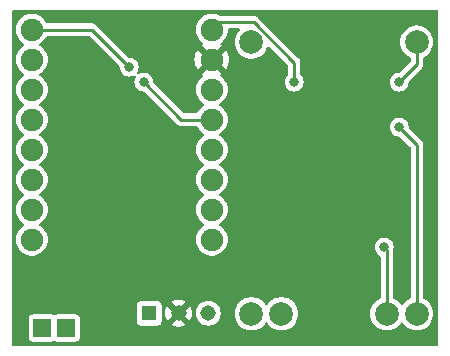
<source format=gbr>
%TF.GenerationSoftware,KiCad,Pcbnew,7.0.10*%
%TF.CreationDate,2024-01-21T01:18:24-08:00*%
%TF.ProjectId,caribou_slime,63617269-626f-4755-9f73-6c696d652e6b,rev?*%
%TF.SameCoordinates,Original*%
%TF.FileFunction,Copper,L1,Top*%
%TF.FilePolarity,Positive*%
%FSLAX46Y46*%
G04 Gerber Fmt 4.6, Leading zero omitted, Abs format (unit mm)*
G04 Created by KiCad (PCBNEW 7.0.10) date 2024-01-21 01:18:24*
%MOMM*%
%LPD*%
G01*
G04 APERTURE LIST*
%TA.AperFunction,ComponentPad*%
%ADD10C,1.905000*%
%TD*%
%TA.AperFunction,ComponentPad*%
%ADD11R,1.308000X1.308000*%
%TD*%
%TA.AperFunction,ComponentPad*%
%ADD12C,1.308000*%
%TD*%
%TA.AperFunction,ComponentPad*%
%ADD13C,2.000000*%
%TD*%
%TA.AperFunction,ComponentPad*%
%ADD14R,1.500000X1.500000*%
%TD*%
%TA.AperFunction,ViaPad*%
%ADD15C,0.800000*%
%TD*%
%TA.AperFunction,Conductor*%
%ADD16C,0.250000*%
%TD*%
G04 APERTURE END LIST*
D10*
%TO.P,U1,0,GPIO0*%
%TO.N,Net-(U1-GPIO0)*%
X50165000Y-45085000D03*
%TO.P,U1,1,GPIO1*%
%TO.N,unconnected-(U1-GPIO1-Pad1)*%
X50165000Y-42545000D03*
%TO.P,U1,2,GPIO2*%
%TO.N,unconnected-(U1-GPIO2-Pad2)*%
X50165000Y-40005000D03*
%TO.P,U1,3,GPIO3*%
%TO.N,unconnected-(U1-GPIO3-Pad3)*%
X50165000Y-37465000D03*
%TO.P,U1,3.3,3V3*%
%TO.N,+3V3*%
X50165000Y-32385000D03*
%TO.P,U1,4,GPIO4*%
%TO.N,SDA*%
X50165000Y-34925000D03*
%TO.P,U1,5,GPIO5*%
%TO.N,SCL*%
X34925000Y-27305000D03*
%TO.P,U1,5V,5V*%
%TO.N,+5V*%
X50165000Y-27305000D03*
%TO.P,U1,6,GPIO6*%
%TO.N,unconnected-(U1-GPIO6-Pad6)*%
X34925000Y-29845000D03*
%TO.P,U1,7,GPIO7*%
%TO.N,unconnected-(U1-GPIO7-Pad7)*%
X34925000Y-32385000D03*
%TO.P,U1,8,GPIO8*%
%TO.N,unconnected-(U1-GPIO8-Pad8)*%
X34925000Y-34925000D03*
%TO.P,U1,9,GPIO9*%
%TO.N,unconnected-(U1-GPIO9-Pad9)*%
X34925000Y-37465000D03*
%TO.P,U1,10,GPIO10*%
%TO.N,unconnected-(U1-GPIO10-Pad10)*%
X34925000Y-40005000D03*
%TO.P,U1,20,GPIO20*%
%TO.N,unconnected-(U1-GPIO20-Pad20)*%
X34925000Y-42545000D03*
%TO.P,U1,21,GPIO21*%
%TO.N,unconnected-(U1-GPIO21-Pad21)*%
X34925000Y-45085000D03*
%TO.P,U1,G,GND*%
%TO.N,GND*%
X50165000Y-29845000D03*
%TD*%
D11*
%TO.P,S1,1*%
%TO.N,Net-(U3-OUT-)*%
X44861538Y-51318108D03*
D12*
%TO.P,S1,2*%
%TO.N,GND*%
X47361538Y-51318108D03*
%TO.P,S1,3*%
%TO.N,unconnected-(S1-Pad3)*%
X49861538Y-51318108D03*
%TD*%
D13*
%TO.P,U3,1,+*%
%TO.N,Net-(D1-A)*%
X67528250Y-28360107D03*
%TO.P,U3,2,-*%
%TO.N,unconnected-(U3---Pad2)*%
X53528250Y-28360107D03*
%TO.P,U3,3,OUT+*%
%TO.N,Net-(D2-A)*%
X67528250Y-51360107D03*
%TO.P,U3,4,OUT-*%
%TO.N,Net-(U3-OUT-)*%
X53528250Y-51360107D03*
%TO.P,U3,5,B+*%
%TO.N,Net-(U3-B+)*%
X64988250Y-51360107D03*
%TO.P,U3,6,B-*%
%TO.N,Net-(U3-B-)*%
X56068250Y-51360107D03*
%TD*%
D14*
%TO.P,B-,1,1*%
%TO.N,Net-(U3-B-)*%
X37846000Y-52578000D03*
%TD*%
%TO.P,B+,1,1*%
%TO.N,Net-(U3-B+)*%
X35814000Y-52578000D03*
%TD*%
D15*
%TO.N,+5V*%
X57150000Y-31750000D03*
%TO.N,Net-(D1-A)*%
X66040000Y-31750000D03*
%TO.N,Net-(D2-A)*%
X66040000Y-35560000D03*
%TO.N,GND*%
X41402000Y-37846000D03*
X41402000Y-39370000D03*
%TO.N,Net-(U3-B+)*%
X64770000Y-45720000D03*
%TO.N,SCL*%
X43180000Y-30480000D03*
%TO.N,SDA*%
X44422500Y-31750000D03*
%TD*%
D16*
%TO.N,+5V*%
X53711976Y-26670000D02*
X50800000Y-26670000D01*
X57150000Y-30108024D02*
X53711976Y-26670000D01*
X50800000Y-26670000D02*
X50165000Y-27305000D01*
X57150000Y-31750000D02*
X57150000Y-30108024D01*
%TO.N,Net-(D1-A)*%
X67528250Y-28360107D02*
X67528250Y-30261750D01*
X67528250Y-30261750D02*
X66040000Y-31750000D01*
%TO.N,Net-(D2-A)*%
X66040000Y-35560000D02*
X67528250Y-37048250D01*
X67528250Y-37048250D02*
X67528250Y-51360107D01*
%TO.N,Net-(U3-B+)*%
X64988250Y-45938250D02*
X64770000Y-45720000D01*
X64988250Y-51360107D02*
X64988250Y-45938250D01*
%TO.N,SCL*%
X40005000Y-27305000D02*
X34925000Y-27305000D01*
X43180000Y-30480000D02*
X40005000Y-27305000D01*
%TO.N,SDA*%
X47597500Y-34925000D02*
X44422500Y-31750000D01*
X50165000Y-34925000D02*
X47597500Y-34925000D01*
%TD*%
%TA.AperFunction,Conductor*%
%TO.N,GND*%
G36*
X69284539Y-25674185D02*
G01*
X69330294Y-25726989D01*
X69341500Y-25778500D01*
X69341500Y-53977500D01*
X69321815Y-54044539D01*
X69269011Y-54090294D01*
X69217500Y-54101500D01*
X33398500Y-54101500D01*
X33331461Y-54081815D01*
X33285706Y-54029011D01*
X33274500Y-53977500D01*
X33274500Y-53359517D01*
X34663500Y-53359517D01*
X34674292Y-53427657D01*
X34678354Y-53453304D01*
X34735950Y-53566342D01*
X34735952Y-53566344D01*
X34735954Y-53566347D01*
X34825652Y-53656045D01*
X34825654Y-53656046D01*
X34825658Y-53656050D01*
X34938694Y-53713645D01*
X34938698Y-53713647D01*
X35032475Y-53728499D01*
X35032481Y-53728500D01*
X36595518Y-53728499D01*
X36689304Y-53713646D01*
X36773707Y-53670640D01*
X36842372Y-53657744D01*
X36886294Y-53670641D01*
X36970693Y-53713645D01*
X36970698Y-53713647D01*
X37064475Y-53728499D01*
X37064481Y-53728500D01*
X38627518Y-53728499D01*
X38721304Y-53713646D01*
X38834342Y-53656050D01*
X38924050Y-53566342D01*
X38981646Y-53453304D01*
X38981646Y-53453302D01*
X38981647Y-53453301D01*
X38996499Y-53359524D01*
X38996500Y-53359519D01*
X38996499Y-52003625D01*
X43807038Y-52003625D01*
X43817133Y-52067360D01*
X43821892Y-52097412D01*
X43879488Y-52210450D01*
X43879490Y-52210452D01*
X43879492Y-52210455D01*
X43969190Y-52300153D01*
X43969192Y-52300154D01*
X43969196Y-52300158D01*
X44077912Y-52355552D01*
X44082236Y-52357755D01*
X44176013Y-52372607D01*
X44176019Y-52372608D01*
X45547056Y-52372607D01*
X45640842Y-52357754D01*
X45753880Y-52300158D01*
X45843588Y-52210450D01*
X45901184Y-52097412D01*
X45901184Y-52097410D01*
X45901185Y-52097409D01*
X45916037Y-52003632D01*
X45916038Y-52003627D01*
X45916037Y-51318108D01*
X46202594Y-51318108D01*
X46222326Y-51531062D01*
X46222327Y-51531064D01*
X46280853Y-51736762D01*
X46280859Y-51736777D01*
X46376180Y-51928207D01*
X46376185Y-51928215D01*
X46385518Y-51940573D01*
X46963584Y-51362507D01*
X46976373Y-51443256D01*
X47033897Y-51556153D01*
X47123493Y-51645749D01*
X47236390Y-51703273D01*
X47317137Y-51716061D01*
X46741624Y-52291573D01*
X46844951Y-52355551D01*
X46844952Y-52355552D01*
X47044375Y-52432808D01*
X47254606Y-52472108D01*
X47468470Y-52472108D01*
X47678700Y-52432808D01*
X47878123Y-52355552D01*
X47878127Y-52355550D01*
X47981449Y-52291574D01*
X47981449Y-52291573D01*
X47405939Y-51716061D01*
X47486686Y-51703273D01*
X47599583Y-51645749D01*
X47689179Y-51556153D01*
X47746703Y-51443256D01*
X47759491Y-51362508D01*
X48337556Y-51940572D01*
X48337557Y-51940572D01*
X48346890Y-51928215D01*
X48346893Y-51928210D01*
X48442216Y-51736777D01*
X48442222Y-51736762D01*
X48500748Y-51531064D01*
X48500749Y-51531062D01*
X48520482Y-51318108D01*
X48801936Y-51318108D01*
X48822295Y-51524824D01*
X48882594Y-51723604D01*
X48980507Y-51906785D01*
X48980512Y-51906792D01*
X49112285Y-52067360D01*
X49224021Y-52159058D01*
X49272855Y-52199135D01*
X49272858Y-52199136D01*
X49272860Y-52199138D01*
X49456041Y-52297051D01*
X49456043Y-52297051D01*
X49456046Y-52297053D01*
X49654820Y-52357350D01*
X49861538Y-52377710D01*
X50068256Y-52357350D01*
X50267030Y-52297053D01*
X50277281Y-52291574D01*
X50405086Y-52223260D01*
X50450221Y-52199135D01*
X50610790Y-52067360D01*
X50742565Y-51906791D01*
X50840483Y-51723600D01*
X50900780Y-51524826D01*
X50917003Y-51360113D01*
X52122950Y-51360113D01*
X52142114Y-51591404D01*
X52142116Y-51591415D01*
X52199092Y-51816407D01*
X52292325Y-52028955D01*
X52419266Y-52223254D01*
X52419269Y-52223258D01*
X52419271Y-52223260D01*
X52576466Y-52394020D01*
X52576469Y-52394022D01*
X52576472Y-52394025D01*
X52759615Y-52536571D01*
X52759621Y-52536575D01*
X52759624Y-52536577D01*
X52963747Y-52647043D01*
X53077737Y-52686175D01*
X53183265Y-52722404D01*
X53183267Y-52722404D01*
X53183269Y-52722405D01*
X53412201Y-52760607D01*
X53412202Y-52760607D01*
X53644298Y-52760607D01*
X53644299Y-52760607D01*
X53873231Y-52722405D01*
X54092753Y-52647043D01*
X54296876Y-52536577D01*
X54480034Y-52394020D01*
X54637229Y-52223260D01*
X54694441Y-52135689D01*
X54747587Y-52090333D01*
X54816818Y-52080909D01*
X54880154Y-52110411D01*
X54902059Y-52135690D01*
X54959266Y-52223254D01*
X54959269Y-52223258D01*
X54959271Y-52223260D01*
X55116466Y-52394020D01*
X55116469Y-52394022D01*
X55116472Y-52394025D01*
X55299615Y-52536571D01*
X55299621Y-52536575D01*
X55299624Y-52536577D01*
X55503747Y-52647043D01*
X55617737Y-52686175D01*
X55723265Y-52722404D01*
X55723267Y-52722404D01*
X55723269Y-52722405D01*
X55952201Y-52760607D01*
X55952202Y-52760607D01*
X56184298Y-52760607D01*
X56184299Y-52760607D01*
X56413231Y-52722405D01*
X56632753Y-52647043D01*
X56836876Y-52536577D01*
X57020034Y-52394020D01*
X57177229Y-52223260D01*
X57304174Y-52028956D01*
X57397407Y-51816407D01*
X57454384Y-51591412D01*
X57454385Y-51591404D01*
X57473550Y-51360113D01*
X63582950Y-51360113D01*
X63602114Y-51591404D01*
X63602116Y-51591415D01*
X63659092Y-51816407D01*
X63752325Y-52028955D01*
X63879266Y-52223254D01*
X63879269Y-52223258D01*
X63879271Y-52223260D01*
X64036466Y-52394020D01*
X64036469Y-52394022D01*
X64036472Y-52394025D01*
X64219615Y-52536571D01*
X64219621Y-52536575D01*
X64219624Y-52536577D01*
X64423747Y-52647043D01*
X64537737Y-52686175D01*
X64643265Y-52722404D01*
X64643267Y-52722404D01*
X64643269Y-52722405D01*
X64872201Y-52760607D01*
X64872202Y-52760607D01*
X65104298Y-52760607D01*
X65104299Y-52760607D01*
X65333231Y-52722405D01*
X65552753Y-52647043D01*
X65756876Y-52536577D01*
X65940034Y-52394020D01*
X66097229Y-52223260D01*
X66154441Y-52135689D01*
X66207587Y-52090333D01*
X66276818Y-52080909D01*
X66340154Y-52110411D01*
X66362059Y-52135690D01*
X66419266Y-52223254D01*
X66419269Y-52223258D01*
X66419271Y-52223260D01*
X66576466Y-52394020D01*
X66576469Y-52394022D01*
X66576472Y-52394025D01*
X66759615Y-52536571D01*
X66759621Y-52536575D01*
X66759624Y-52536577D01*
X66963747Y-52647043D01*
X67077737Y-52686175D01*
X67183265Y-52722404D01*
X67183267Y-52722404D01*
X67183269Y-52722405D01*
X67412201Y-52760607D01*
X67412202Y-52760607D01*
X67644298Y-52760607D01*
X67644299Y-52760607D01*
X67873231Y-52722405D01*
X68092753Y-52647043D01*
X68296876Y-52536577D01*
X68480034Y-52394020D01*
X68637229Y-52223260D01*
X68764174Y-52028956D01*
X68857407Y-51816407D01*
X68914384Y-51591412D01*
X68914385Y-51591404D01*
X68933550Y-51360113D01*
X68933550Y-51360100D01*
X68914385Y-51128809D01*
X68914383Y-51128798D01*
X68857407Y-50903806D01*
X68764174Y-50691258D01*
X68637233Y-50496959D01*
X68637230Y-50496956D01*
X68637229Y-50496954D01*
X68480034Y-50326194D01*
X68480029Y-50326190D01*
X68480027Y-50326188D01*
X68296884Y-50183642D01*
X68296878Y-50183638D01*
X68118732Y-50087230D01*
X68069142Y-50038010D01*
X68053750Y-49978175D01*
X68053750Y-37059358D01*
X68053822Y-37055125D01*
X68054879Y-37024176D01*
X68055910Y-36994005D01*
X68046690Y-36956175D01*
X68044322Y-36943709D01*
X68039021Y-36905139D01*
X68039020Y-36905136D01*
X68032389Y-36889872D01*
X68025646Y-36869821D01*
X68021707Y-36853655D01*
X68002626Y-36819719D01*
X67996983Y-36808358D01*
X67981469Y-36772641D01*
X67970956Y-36759719D01*
X67959061Y-36742240D01*
X67950907Y-36727738D01*
X67923373Y-36700204D01*
X67914886Y-36690800D01*
X67890304Y-36660585D01*
X67876700Y-36650982D01*
X67860528Y-36637359D01*
X66881471Y-35658302D01*
X66847986Y-35596979D01*
X66846458Y-35566965D01*
X66845565Y-35566965D01*
X66845565Y-35559997D01*
X66825369Y-35380750D01*
X66825368Y-35380745D01*
X66793695Y-35290228D01*
X66765789Y-35210478D01*
X66669816Y-35057738D01*
X66542262Y-34930184D01*
X66534001Y-34924993D01*
X66389523Y-34834211D01*
X66219254Y-34774631D01*
X66219249Y-34774630D01*
X66040004Y-34754435D01*
X66039996Y-34754435D01*
X65860750Y-34774630D01*
X65860745Y-34774631D01*
X65690476Y-34834211D01*
X65537737Y-34930184D01*
X65410184Y-35057737D01*
X65314211Y-35210476D01*
X65254631Y-35380745D01*
X65254630Y-35380750D01*
X65234435Y-35559996D01*
X65234435Y-35560003D01*
X65254630Y-35739249D01*
X65254631Y-35739254D01*
X65314211Y-35909523D01*
X65409744Y-36061562D01*
X65410184Y-36062262D01*
X65537738Y-36189816D01*
X65690478Y-36285789D01*
X65812339Y-36328430D01*
X65860745Y-36345368D01*
X65860750Y-36345369D01*
X66039997Y-36365565D01*
X66046965Y-36365565D01*
X66046965Y-36367730D01*
X66105527Y-36377971D01*
X66138302Y-36401471D01*
X66966431Y-37229600D01*
X66999916Y-37290923D01*
X67002750Y-37317281D01*
X67002750Y-49978175D01*
X66983065Y-50045214D01*
X66937768Y-50087230D01*
X66759621Y-50183638D01*
X66759615Y-50183642D01*
X66576472Y-50326188D01*
X66576469Y-50326191D01*
X66576466Y-50326193D01*
X66576466Y-50326194D01*
X66517517Y-50390229D01*
X66419266Y-50496959D01*
X66362059Y-50584523D01*
X66308912Y-50629880D01*
X66239681Y-50639304D01*
X66176345Y-50609802D01*
X66154441Y-50584523D01*
X66097233Y-50496959D01*
X66097230Y-50496956D01*
X66097229Y-50496954D01*
X65940034Y-50326194D01*
X65940029Y-50326190D01*
X65940027Y-50326188D01*
X65756884Y-50183642D01*
X65756878Y-50183638D01*
X65578732Y-50087230D01*
X65529142Y-50038010D01*
X65513750Y-49978175D01*
X65513750Y-46039259D01*
X65520709Y-45998304D01*
X65555368Y-45899255D01*
X65575565Y-45720000D01*
X65555368Y-45540745D01*
X65495789Y-45370478D01*
X65399816Y-45217738D01*
X65272262Y-45090184D01*
X65264001Y-45084993D01*
X65119523Y-44994211D01*
X64949254Y-44934631D01*
X64949249Y-44934630D01*
X64770004Y-44914435D01*
X64769996Y-44914435D01*
X64590750Y-44934630D01*
X64590745Y-44934631D01*
X64420476Y-44994211D01*
X64267737Y-45090184D01*
X64140184Y-45217737D01*
X64044211Y-45370476D01*
X63984631Y-45540745D01*
X63984630Y-45540750D01*
X63964435Y-45719996D01*
X63964435Y-45720003D01*
X63984630Y-45899249D01*
X63984631Y-45899254D01*
X64044211Y-46069523D01*
X64139744Y-46221562D01*
X64140184Y-46222262D01*
X64267738Y-46349816D01*
X64404723Y-46435889D01*
X64451013Y-46488222D01*
X64462750Y-46540882D01*
X64462750Y-49978175D01*
X64443065Y-50045214D01*
X64397768Y-50087230D01*
X64219621Y-50183638D01*
X64219615Y-50183642D01*
X64036472Y-50326188D01*
X64036469Y-50326191D01*
X64036466Y-50326193D01*
X64036466Y-50326194D01*
X63977517Y-50390229D01*
X63879266Y-50496959D01*
X63752325Y-50691258D01*
X63659092Y-50903806D01*
X63602116Y-51128798D01*
X63602114Y-51128809D01*
X63582950Y-51360100D01*
X63582950Y-51360113D01*
X57473550Y-51360113D01*
X57473550Y-51360100D01*
X57454385Y-51128809D01*
X57454383Y-51128798D01*
X57397407Y-50903806D01*
X57304174Y-50691258D01*
X57177233Y-50496959D01*
X57177230Y-50496956D01*
X57177229Y-50496954D01*
X57020034Y-50326194D01*
X57020029Y-50326190D01*
X57020027Y-50326188D01*
X56836884Y-50183642D01*
X56836878Y-50183638D01*
X56632754Y-50073171D01*
X56632745Y-50073168D01*
X56413234Y-49997809D01*
X56241532Y-49969157D01*
X56184299Y-49959607D01*
X55952201Y-49959607D01*
X55906414Y-49967247D01*
X55723265Y-49997809D01*
X55503754Y-50073168D01*
X55503745Y-50073171D01*
X55299621Y-50183638D01*
X55299615Y-50183642D01*
X55116472Y-50326188D01*
X55116469Y-50326191D01*
X55116466Y-50326193D01*
X55116466Y-50326194D01*
X55057517Y-50390229D01*
X54959266Y-50496959D01*
X54902059Y-50584523D01*
X54848912Y-50629880D01*
X54779681Y-50639304D01*
X54716345Y-50609802D01*
X54694441Y-50584523D01*
X54637233Y-50496959D01*
X54637230Y-50496956D01*
X54637229Y-50496954D01*
X54480034Y-50326194D01*
X54480029Y-50326190D01*
X54480027Y-50326188D01*
X54296884Y-50183642D01*
X54296878Y-50183638D01*
X54092754Y-50073171D01*
X54092745Y-50073168D01*
X53873234Y-49997809D01*
X53701532Y-49969157D01*
X53644299Y-49959607D01*
X53412201Y-49959607D01*
X53366414Y-49967247D01*
X53183265Y-49997809D01*
X52963754Y-50073168D01*
X52963745Y-50073171D01*
X52759621Y-50183638D01*
X52759615Y-50183642D01*
X52576472Y-50326188D01*
X52576469Y-50326191D01*
X52576466Y-50326193D01*
X52576466Y-50326194D01*
X52517517Y-50390229D01*
X52419266Y-50496959D01*
X52292325Y-50691258D01*
X52199092Y-50903806D01*
X52142116Y-51128798D01*
X52142114Y-51128809D01*
X52122950Y-51360100D01*
X52122950Y-51360113D01*
X50917003Y-51360113D01*
X50921140Y-51318108D01*
X50900780Y-51111390D01*
X50840483Y-50912616D01*
X50840481Y-50912613D01*
X50840481Y-50912611D01*
X50742568Y-50729430D01*
X50742566Y-50729428D01*
X50742565Y-50729425D01*
X50663094Y-50632589D01*
X50610790Y-50568855D01*
X50450222Y-50437082D01*
X50450215Y-50437077D01*
X50267034Y-50339164D01*
X50068254Y-50278865D01*
X49861538Y-50258506D01*
X49654821Y-50278865D01*
X49456041Y-50339164D01*
X49272860Y-50437077D01*
X49272853Y-50437082D01*
X49112285Y-50568855D01*
X48980512Y-50729423D01*
X48980507Y-50729430D01*
X48882594Y-50912611D01*
X48822295Y-51111391D01*
X48801936Y-51318108D01*
X48520482Y-51318108D01*
X48520482Y-51318107D01*
X48500749Y-51105153D01*
X48500748Y-51105151D01*
X48442222Y-50899453D01*
X48442216Y-50899438D01*
X48346895Y-50708009D01*
X48346893Y-50708006D01*
X48337556Y-50695642D01*
X47759491Y-51273707D01*
X47746703Y-51192960D01*
X47689179Y-51080063D01*
X47599583Y-50990467D01*
X47486686Y-50932943D01*
X47405938Y-50920154D01*
X47981450Y-50344641D01*
X47878124Y-50280664D01*
X47878123Y-50280663D01*
X47678700Y-50203407D01*
X47468470Y-50164108D01*
X47254606Y-50164108D01*
X47044375Y-50203407D01*
X46844954Y-50280662D01*
X46844948Y-50280665D01*
X46741625Y-50344640D01*
X46741624Y-50344641D01*
X47317138Y-50920154D01*
X47236390Y-50932943D01*
X47123493Y-50990467D01*
X47033897Y-51080063D01*
X46976373Y-51192960D01*
X46963584Y-51273707D01*
X46385518Y-50695641D01*
X46376184Y-50708001D01*
X46280859Y-50899438D01*
X46280853Y-50899453D01*
X46222327Y-51105151D01*
X46222326Y-51105153D01*
X46202594Y-51318107D01*
X46202594Y-51318108D01*
X45916037Y-51318108D01*
X45916037Y-50632590D01*
X45901184Y-50538804D01*
X45843588Y-50425766D01*
X45843584Y-50425762D01*
X45843583Y-50425760D01*
X45753885Y-50336062D01*
X45753882Y-50336060D01*
X45753880Y-50336058D01*
X45645164Y-50280664D01*
X45640839Y-50278460D01*
X45547062Y-50263608D01*
X44176020Y-50263608D01*
X44095057Y-50276431D01*
X44082234Y-50278462D01*
X43969196Y-50336058D01*
X43969195Y-50336059D01*
X43969190Y-50336062D01*
X43879492Y-50425760D01*
X43879489Y-50425765D01*
X43879488Y-50425766D01*
X43860289Y-50463445D01*
X43821890Y-50538806D01*
X43807038Y-50632583D01*
X43807038Y-52003625D01*
X38996499Y-52003625D01*
X38996499Y-51796482D01*
X38981646Y-51702696D01*
X38924050Y-51589658D01*
X38924046Y-51589654D01*
X38924045Y-51589652D01*
X38834347Y-51499954D01*
X38834344Y-51499952D01*
X38834342Y-51499950D01*
X38757517Y-51460805D01*
X38721301Y-51442352D01*
X38627524Y-51427500D01*
X37064482Y-51427500D01*
X36983519Y-51440323D01*
X36970696Y-51442354D01*
X36886293Y-51485359D01*
X36817625Y-51498255D01*
X36773706Y-51485359D01*
X36737934Y-51467132D01*
X36689301Y-51442352D01*
X36595524Y-51427500D01*
X35032482Y-51427500D01*
X34951519Y-51440323D01*
X34938696Y-51442354D01*
X34825658Y-51499950D01*
X34825657Y-51499951D01*
X34825652Y-51499954D01*
X34735954Y-51589652D01*
X34735951Y-51589657D01*
X34735950Y-51589658D01*
X34735055Y-51591415D01*
X34678352Y-51702698D01*
X34663500Y-51796475D01*
X34663500Y-53359517D01*
X33274500Y-53359517D01*
X33274500Y-45085006D01*
X33567363Y-45085006D01*
X33585877Y-45308452D01*
X33585879Y-45308460D01*
X33640923Y-45525823D01*
X33730994Y-45731165D01*
X33840815Y-45899257D01*
X33853634Y-45918878D01*
X34005497Y-46083846D01*
X34005500Y-46083848D01*
X34005503Y-46083851D01*
X34182434Y-46221562D01*
X34182440Y-46221566D01*
X34182443Y-46221568D01*
X34379643Y-46328288D01*
X34591720Y-46401094D01*
X34812887Y-46438000D01*
X35037113Y-46438000D01*
X35258280Y-46401094D01*
X35470357Y-46328288D01*
X35667557Y-46221568D01*
X35844503Y-46083846D01*
X35996366Y-45918878D01*
X36119006Y-45731164D01*
X36209076Y-45525824D01*
X36264121Y-45308460D01*
X36264122Y-45308452D01*
X36282637Y-45085006D01*
X36282637Y-45084993D01*
X36264122Y-44861547D01*
X36264121Y-44861544D01*
X36264121Y-44861540D01*
X36209076Y-44644176D01*
X36119006Y-44438836D01*
X35996366Y-44251122D01*
X35844503Y-44086154D01*
X35844498Y-44086150D01*
X35844496Y-44086148D01*
X35667565Y-43948437D01*
X35667559Y-43948433D01*
X35657704Y-43943100D01*
X35622511Y-43924054D01*
X35572922Y-43874835D01*
X35557814Y-43806618D01*
X35581985Y-43741063D01*
X35622511Y-43705945D01*
X35667557Y-43681568D01*
X35844503Y-43543846D01*
X35996366Y-43378878D01*
X36119006Y-43191164D01*
X36209076Y-42985824D01*
X36264121Y-42768460D01*
X36282637Y-42545000D01*
X36282637Y-42544993D01*
X36264122Y-42321547D01*
X36264121Y-42321544D01*
X36264121Y-42321540D01*
X36209076Y-42104176D01*
X36119006Y-41898836D01*
X35996366Y-41711122D01*
X35844503Y-41546154D01*
X35844498Y-41546150D01*
X35844496Y-41546148D01*
X35667565Y-41408437D01*
X35667559Y-41408433D01*
X35657704Y-41403100D01*
X35622511Y-41384054D01*
X35572922Y-41334835D01*
X35557814Y-41266618D01*
X35581985Y-41201063D01*
X35622511Y-41165945D01*
X35667557Y-41141568D01*
X35844503Y-41003846D01*
X35996366Y-40838878D01*
X36119006Y-40651164D01*
X36209076Y-40445824D01*
X36264121Y-40228460D01*
X36282637Y-40005000D01*
X36282637Y-40004993D01*
X36264122Y-39781547D01*
X36264121Y-39781544D01*
X36264121Y-39781540D01*
X36209076Y-39564176D01*
X36119006Y-39358836D01*
X35996366Y-39171122D01*
X35844503Y-39006154D01*
X35844498Y-39006150D01*
X35844496Y-39006148D01*
X35667565Y-38868437D01*
X35667559Y-38868433D01*
X35657704Y-38863100D01*
X35622511Y-38844054D01*
X35572922Y-38794835D01*
X35557814Y-38726618D01*
X35581985Y-38661063D01*
X35622511Y-38625945D01*
X35667557Y-38601568D01*
X35844503Y-38463846D01*
X35996366Y-38298878D01*
X36119006Y-38111164D01*
X36209076Y-37905824D01*
X36264121Y-37688460D01*
X36282637Y-37465000D01*
X36282637Y-37464993D01*
X36264122Y-37241547D01*
X36264121Y-37241544D01*
X36264121Y-37241540D01*
X36209076Y-37024176D01*
X36119006Y-36818836D01*
X36115967Y-36814185D01*
X35996368Y-36631125D01*
X35996367Y-36631124D01*
X35996366Y-36631122D01*
X35844503Y-36466154D01*
X35844498Y-36466150D01*
X35844496Y-36466148D01*
X35667565Y-36328437D01*
X35667559Y-36328433D01*
X35657704Y-36323100D01*
X35622511Y-36304054D01*
X35572922Y-36254835D01*
X35557814Y-36186618D01*
X35581985Y-36121063D01*
X35622511Y-36085945D01*
X35667557Y-36061568D01*
X35844503Y-35923846D01*
X35996366Y-35758878D01*
X36119006Y-35571164D01*
X36209076Y-35365824D01*
X36264121Y-35148460D01*
X36264122Y-35148452D01*
X36282637Y-34925006D01*
X36282637Y-34924993D01*
X36264122Y-34701547D01*
X36264121Y-34701544D01*
X36264121Y-34701540D01*
X36209076Y-34484176D01*
X36119006Y-34278836D01*
X36119003Y-34278832D01*
X35996368Y-34091125D01*
X35996367Y-34091124D01*
X35996366Y-34091122D01*
X35844503Y-33926154D01*
X35844498Y-33926150D01*
X35844496Y-33926148D01*
X35667565Y-33788437D01*
X35667559Y-33788433D01*
X35657704Y-33783100D01*
X35622511Y-33764054D01*
X35572922Y-33714835D01*
X35557814Y-33646618D01*
X35581985Y-33581063D01*
X35622511Y-33545945D01*
X35667557Y-33521568D01*
X35844503Y-33383846D01*
X35996366Y-33218878D01*
X36119006Y-33031164D01*
X36209076Y-32825824D01*
X36264121Y-32608460D01*
X36268504Y-32555565D01*
X36282637Y-32385006D01*
X36282637Y-32384993D01*
X36264122Y-32161547D01*
X36264121Y-32161544D01*
X36264121Y-32161540D01*
X36209076Y-31944176D01*
X36119006Y-31738836D01*
X36062074Y-31651696D01*
X35996368Y-31551125D01*
X35996367Y-31551124D01*
X35996366Y-31551122D01*
X35844503Y-31386154D01*
X35844498Y-31386150D01*
X35844496Y-31386148D01*
X35667565Y-31248437D01*
X35667559Y-31248433D01*
X35657704Y-31243100D01*
X35622511Y-31224054D01*
X35572922Y-31174835D01*
X35557814Y-31106618D01*
X35581985Y-31041063D01*
X35622511Y-31005945D01*
X35667557Y-30981568D01*
X35689317Y-30964632D01*
X35817585Y-30864797D01*
X35844503Y-30843846D01*
X35996366Y-30678878D01*
X36119006Y-30491164D01*
X36209076Y-30285824D01*
X36264121Y-30068460D01*
X36264842Y-30059757D01*
X36282637Y-29845006D01*
X36282637Y-29844993D01*
X36264122Y-29621547D01*
X36264121Y-29621544D01*
X36264121Y-29621540D01*
X36209076Y-29404176D01*
X36119006Y-29198836D01*
X35996366Y-29011122D01*
X35844503Y-28846154D01*
X35844498Y-28846150D01*
X35844496Y-28846148D01*
X35667565Y-28708437D01*
X35667559Y-28708433D01*
X35657704Y-28703100D01*
X35622511Y-28684054D01*
X35572922Y-28634835D01*
X35557814Y-28566618D01*
X35581985Y-28501063D01*
X35622511Y-28465945D01*
X35667557Y-28441568D01*
X35844503Y-28303846D01*
X35996366Y-28138878D01*
X36119006Y-27951164D01*
X36139392Y-27904689D01*
X36184349Y-27851204D01*
X36251085Y-27830514D01*
X36252948Y-27830500D01*
X39735968Y-27830500D01*
X39803007Y-27850185D01*
X39823649Y-27866819D01*
X42338528Y-30381697D01*
X42372013Y-30443020D01*
X42373546Y-30473037D01*
X42374435Y-30473037D01*
X42374435Y-30480003D01*
X42394630Y-30659249D01*
X42394631Y-30659254D01*
X42454211Y-30829523D01*
X42539105Y-30964630D01*
X42550184Y-30982262D01*
X42677738Y-31109816D01*
X42691428Y-31118418D01*
X42830474Y-31205787D01*
X42830478Y-31205789D01*
X43000745Y-31265368D01*
X43000750Y-31265369D01*
X43179996Y-31285565D01*
X43180000Y-31285565D01*
X43180004Y-31285565D01*
X43359249Y-31265369D01*
X43359252Y-31265368D01*
X43359255Y-31265368D01*
X43529522Y-31205789D01*
X43545738Y-31195600D01*
X43547909Y-31194236D01*
X43615145Y-31175234D01*
X43681981Y-31195600D01*
X43727196Y-31248867D01*
X43736435Y-31318123D01*
X43718877Y-31365199D01*
X43696712Y-31400474D01*
X43637131Y-31570745D01*
X43637130Y-31570750D01*
X43616935Y-31749996D01*
X43616935Y-31750003D01*
X43637130Y-31929249D01*
X43637131Y-31929254D01*
X43696711Y-32099523D01*
X43735684Y-32161547D01*
X43792684Y-32252262D01*
X43920238Y-32379816D01*
X44072978Y-32475789D01*
X44243245Y-32535368D01*
X44243250Y-32535369D01*
X44422497Y-32555565D01*
X44429465Y-32555565D01*
X44429465Y-32557724D01*
X44488057Y-32567986D01*
X44520802Y-32591472D01*
X47218044Y-35288713D01*
X47220986Y-35291757D01*
X47262743Y-35336468D01*
X47296001Y-35356692D01*
X47306498Y-35363836D01*
X47309120Y-35365824D01*
X47337525Y-35387364D01*
X47353010Y-35393470D01*
X47371948Y-35402876D01*
X47386172Y-35411526D01*
X47423668Y-35422031D01*
X47435680Y-35426071D01*
X47471911Y-35440359D01*
X47477567Y-35440940D01*
X47488468Y-35442061D01*
X47509246Y-35446009D01*
X47525272Y-35450500D01*
X47564204Y-35450500D01*
X47576883Y-35451150D01*
X47581928Y-35451668D01*
X47615610Y-35455131D01*
X47632014Y-35452302D01*
X47653080Y-35450500D01*
X48837052Y-35450500D01*
X48904091Y-35470185D01*
X48949846Y-35522989D01*
X48950608Y-35524689D01*
X48970995Y-35571167D01*
X49093631Y-35758874D01*
X49093634Y-35758878D01*
X49245497Y-35923846D01*
X49245500Y-35923848D01*
X49245503Y-35923851D01*
X49422434Y-36061562D01*
X49422441Y-36061566D01*
X49422443Y-36061568D01*
X49427150Y-36064115D01*
X49467488Y-36085946D01*
X49517078Y-36135166D01*
X49532185Y-36203383D01*
X49508014Y-36268938D01*
X49467488Y-36304054D01*
X49422445Y-36328430D01*
X49422434Y-36328437D01*
X49245503Y-36466148D01*
X49245500Y-36466151D01*
X49093631Y-36631125D01*
X48970994Y-36818834D01*
X48880923Y-37024176D01*
X48825879Y-37241539D01*
X48825877Y-37241547D01*
X48807363Y-37464993D01*
X48807363Y-37465006D01*
X48825877Y-37688452D01*
X48825879Y-37688460D01*
X48880923Y-37905823D01*
X48970994Y-38111165D01*
X49093631Y-38298874D01*
X49093634Y-38298878D01*
X49245497Y-38463846D01*
X49245500Y-38463848D01*
X49245503Y-38463851D01*
X49422434Y-38601562D01*
X49422445Y-38601569D01*
X49467488Y-38625946D01*
X49517078Y-38675166D01*
X49532185Y-38743383D01*
X49508014Y-38808938D01*
X49467488Y-38844054D01*
X49422445Y-38868430D01*
X49422434Y-38868437D01*
X49245503Y-39006148D01*
X49245500Y-39006151D01*
X49093631Y-39171125D01*
X48970994Y-39358834D01*
X48880923Y-39564176D01*
X48825879Y-39781539D01*
X48825877Y-39781547D01*
X48807363Y-40004993D01*
X48807363Y-40005006D01*
X48825877Y-40228452D01*
X48825879Y-40228460D01*
X48880923Y-40445823D01*
X48970994Y-40651165D01*
X49093631Y-40838874D01*
X49093634Y-40838878D01*
X49245497Y-41003846D01*
X49245500Y-41003848D01*
X49245503Y-41003851D01*
X49422434Y-41141562D01*
X49422445Y-41141569D01*
X49467488Y-41165946D01*
X49517078Y-41215166D01*
X49532185Y-41283383D01*
X49508014Y-41348938D01*
X49467488Y-41384054D01*
X49422445Y-41408430D01*
X49422434Y-41408437D01*
X49245503Y-41546148D01*
X49245500Y-41546151D01*
X49093631Y-41711125D01*
X48970994Y-41898834D01*
X48880923Y-42104176D01*
X48825879Y-42321539D01*
X48825877Y-42321547D01*
X48807363Y-42544993D01*
X48807363Y-42545006D01*
X48825877Y-42768452D01*
X48825879Y-42768460D01*
X48880923Y-42985823D01*
X48970994Y-43191165D01*
X49093631Y-43378874D01*
X49093634Y-43378878D01*
X49245497Y-43543846D01*
X49245500Y-43543848D01*
X49245503Y-43543851D01*
X49422434Y-43681562D01*
X49422445Y-43681569D01*
X49467488Y-43705946D01*
X49517078Y-43755166D01*
X49532185Y-43823383D01*
X49508014Y-43888938D01*
X49467488Y-43924054D01*
X49422445Y-43948430D01*
X49422434Y-43948437D01*
X49245503Y-44086148D01*
X49245500Y-44086151D01*
X49093631Y-44251125D01*
X48970994Y-44438834D01*
X48880923Y-44644176D01*
X48825879Y-44861539D01*
X48825877Y-44861547D01*
X48807363Y-45084993D01*
X48807363Y-45085006D01*
X48825877Y-45308452D01*
X48825879Y-45308460D01*
X48880923Y-45525823D01*
X48970994Y-45731165D01*
X49080815Y-45899257D01*
X49093634Y-45918878D01*
X49245497Y-46083846D01*
X49245500Y-46083848D01*
X49245503Y-46083851D01*
X49422434Y-46221562D01*
X49422440Y-46221566D01*
X49422443Y-46221568D01*
X49619643Y-46328288D01*
X49831720Y-46401094D01*
X50052887Y-46438000D01*
X50277113Y-46438000D01*
X50498280Y-46401094D01*
X50710357Y-46328288D01*
X50907557Y-46221568D01*
X51084503Y-46083846D01*
X51236366Y-45918878D01*
X51359006Y-45731164D01*
X51449076Y-45525824D01*
X51504121Y-45308460D01*
X51504122Y-45308452D01*
X51522637Y-45085006D01*
X51522637Y-45084993D01*
X51504122Y-44861547D01*
X51504121Y-44861544D01*
X51504121Y-44861540D01*
X51449076Y-44644176D01*
X51359006Y-44438836D01*
X51236366Y-44251122D01*
X51084503Y-44086154D01*
X51084498Y-44086150D01*
X51084496Y-44086148D01*
X50907565Y-43948437D01*
X50907559Y-43948433D01*
X50897704Y-43943100D01*
X50862511Y-43924054D01*
X50812922Y-43874835D01*
X50797814Y-43806618D01*
X50821985Y-43741063D01*
X50862511Y-43705945D01*
X50907557Y-43681568D01*
X51084503Y-43543846D01*
X51236366Y-43378878D01*
X51359006Y-43191164D01*
X51449076Y-42985824D01*
X51504121Y-42768460D01*
X51522637Y-42545000D01*
X51522637Y-42544993D01*
X51504122Y-42321547D01*
X51504121Y-42321544D01*
X51504121Y-42321540D01*
X51449076Y-42104176D01*
X51359006Y-41898836D01*
X51236366Y-41711122D01*
X51084503Y-41546154D01*
X51084498Y-41546150D01*
X51084496Y-41546148D01*
X50907565Y-41408437D01*
X50907559Y-41408433D01*
X50897704Y-41403100D01*
X50862511Y-41384054D01*
X50812922Y-41334835D01*
X50797814Y-41266618D01*
X50821985Y-41201063D01*
X50862511Y-41165945D01*
X50907557Y-41141568D01*
X51084503Y-41003846D01*
X51236366Y-40838878D01*
X51359006Y-40651164D01*
X51449076Y-40445824D01*
X51504121Y-40228460D01*
X51522637Y-40005000D01*
X51522637Y-40004993D01*
X51504122Y-39781547D01*
X51504121Y-39781544D01*
X51504121Y-39781540D01*
X51449076Y-39564176D01*
X51359006Y-39358836D01*
X51236366Y-39171122D01*
X51084503Y-39006154D01*
X51084498Y-39006150D01*
X51084496Y-39006148D01*
X50907565Y-38868437D01*
X50907559Y-38868433D01*
X50897704Y-38863100D01*
X50862511Y-38844054D01*
X50812922Y-38794835D01*
X50797814Y-38726618D01*
X50821985Y-38661063D01*
X50862511Y-38625945D01*
X50907557Y-38601568D01*
X51084503Y-38463846D01*
X51236366Y-38298878D01*
X51359006Y-38111164D01*
X51449076Y-37905824D01*
X51504121Y-37688460D01*
X51522637Y-37465000D01*
X51522637Y-37464993D01*
X51504122Y-37241547D01*
X51504121Y-37241544D01*
X51504121Y-37241540D01*
X51449076Y-37024176D01*
X51359006Y-36818836D01*
X51355967Y-36814185D01*
X51236368Y-36631125D01*
X51236367Y-36631124D01*
X51236366Y-36631122D01*
X51084503Y-36466154D01*
X51084498Y-36466150D01*
X51084496Y-36466148D01*
X50907565Y-36328437D01*
X50907559Y-36328433D01*
X50897704Y-36323100D01*
X50862511Y-36304054D01*
X50812922Y-36254835D01*
X50797814Y-36186618D01*
X50821985Y-36121063D01*
X50862511Y-36085945D01*
X50907557Y-36061568D01*
X51084503Y-35923846D01*
X51236366Y-35758878D01*
X51359006Y-35571164D01*
X51449076Y-35365824D01*
X51504121Y-35148460D01*
X51504122Y-35148452D01*
X51522637Y-34925006D01*
X51522637Y-34924993D01*
X51504122Y-34701547D01*
X51504121Y-34701544D01*
X51504121Y-34701540D01*
X51449076Y-34484176D01*
X51359006Y-34278836D01*
X51359003Y-34278832D01*
X51236368Y-34091125D01*
X51236367Y-34091124D01*
X51236366Y-34091122D01*
X51084503Y-33926154D01*
X51084498Y-33926150D01*
X51084496Y-33926148D01*
X50907565Y-33788437D01*
X50907559Y-33788433D01*
X50897704Y-33783100D01*
X50862511Y-33764054D01*
X50812922Y-33714835D01*
X50797814Y-33646618D01*
X50821985Y-33581063D01*
X50862511Y-33545945D01*
X50907557Y-33521568D01*
X51084503Y-33383846D01*
X51236366Y-33218878D01*
X51359006Y-33031164D01*
X51449076Y-32825824D01*
X51504121Y-32608460D01*
X51508504Y-32555565D01*
X51522637Y-32385006D01*
X51522637Y-32384993D01*
X51504122Y-32161547D01*
X51504121Y-32161544D01*
X51504121Y-32161540D01*
X51449076Y-31944176D01*
X51359006Y-31738836D01*
X51302074Y-31651696D01*
X51236368Y-31551125D01*
X51236367Y-31551124D01*
X51236366Y-31551122D01*
X51084503Y-31386154D01*
X51039975Y-31351497D01*
X50940828Y-31274327D01*
X50900016Y-31217617D01*
X50896341Y-31147844D01*
X50930973Y-31087161D01*
X50957986Y-31067413D01*
X50962161Y-31065153D01*
X50962168Y-31065149D01*
X51001207Y-31034762D01*
X51001208Y-31034760D01*
X50400977Y-30434529D01*
X50473345Y-30405877D01*
X50603142Y-30311574D01*
X50705410Y-30187954D01*
X50755359Y-30081806D01*
X51354117Y-30680564D01*
X51446815Y-30538679D01*
X51543508Y-30318240D01*
X51602600Y-30084889D01*
X51622478Y-29845005D01*
X51622478Y-29844994D01*
X51602600Y-29605110D01*
X51543508Y-29371759D01*
X51446815Y-29151320D01*
X51354117Y-29009434D01*
X50755643Y-29607908D01*
X50744132Y-29572481D01*
X50658165Y-29437019D01*
X50541210Y-29327191D01*
X50404443Y-29252002D01*
X51001208Y-28655237D01*
X51001208Y-28655236D01*
X50962166Y-28624849D01*
X50962162Y-28624846D01*
X50957976Y-28622581D01*
X50908384Y-28573363D01*
X50893274Y-28505147D01*
X50917443Y-28439591D01*
X50940827Y-28415672D01*
X51084503Y-28303846D01*
X51236366Y-28138878D01*
X51359006Y-27951164D01*
X51449076Y-27745824D01*
X51504121Y-27528460D01*
X51504122Y-27528451D01*
X51522285Y-27309260D01*
X51547438Y-27244075D01*
X51603840Y-27202837D01*
X51645861Y-27195500D01*
X52414088Y-27195500D01*
X52481127Y-27215185D01*
X52526882Y-27267989D01*
X52536826Y-27337147D01*
X52507801Y-27400703D01*
X52505358Y-27403437D01*
X52440132Y-27474291D01*
X52419266Y-27496959D01*
X52292325Y-27691258D01*
X52199092Y-27903806D01*
X52142116Y-28128798D01*
X52142114Y-28128809D01*
X52122950Y-28360100D01*
X52122950Y-28360113D01*
X52142114Y-28591404D01*
X52142116Y-28591415D01*
X52199092Y-28816407D01*
X52292325Y-29028955D01*
X52419266Y-29223254D01*
X52419269Y-29223258D01*
X52419271Y-29223260D01*
X52576466Y-29394020D01*
X52576469Y-29394022D01*
X52576472Y-29394025D01*
X52759615Y-29536571D01*
X52759621Y-29536575D01*
X52759624Y-29536577D01*
X52963747Y-29647043D01*
X53045180Y-29674999D01*
X53183265Y-29722404D01*
X53183267Y-29722404D01*
X53183269Y-29722405D01*
X53412201Y-29760607D01*
X53412202Y-29760607D01*
X53644298Y-29760607D01*
X53644299Y-29760607D01*
X53873231Y-29722405D01*
X54092753Y-29647043D01*
X54296876Y-29536577D01*
X54480034Y-29394020D01*
X54637229Y-29223260D01*
X54764174Y-29028956D01*
X54857407Y-28816407D01*
X54857408Y-28816404D01*
X54858794Y-28812368D01*
X54899180Y-28755352D01*
X54963980Y-28729222D01*
X55032619Y-28742274D01*
X55063756Y-28764950D01*
X56588181Y-30289374D01*
X56621666Y-30350697D01*
X56624500Y-30377055D01*
X56624500Y-31092060D01*
X56604815Y-31159099D01*
X56588181Y-31179741D01*
X56520184Y-31247737D01*
X56424211Y-31400476D01*
X56364631Y-31570745D01*
X56364630Y-31570750D01*
X56344435Y-31749996D01*
X56344435Y-31750003D01*
X56364630Y-31929249D01*
X56364631Y-31929254D01*
X56424211Y-32099523D01*
X56463184Y-32161547D01*
X56520184Y-32252262D01*
X56647738Y-32379816D01*
X56800478Y-32475789D01*
X56970745Y-32535368D01*
X56970750Y-32535369D01*
X57149996Y-32555565D01*
X57150000Y-32555565D01*
X57150004Y-32555565D01*
X57329249Y-32535369D01*
X57329252Y-32535368D01*
X57329255Y-32535368D01*
X57499522Y-32475789D01*
X57652262Y-32379816D01*
X57779816Y-32252262D01*
X57875789Y-32099522D01*
X57935368Y-31929255D01*
X57951399Y-31786979D01*
X57955565Y-31750003D01*
X65234435Y-31750003D01*
X65254630Y-31929249D01*
X65254631Y-31929254D01*
X65314211Y-32099523D01*
X65353184Y-32161547D01*
X65410184Y-32252262D01*
X65537738Y-32379816D01*
X65690478Y-32475789D01*
X65860745Y-32535368D01*
X65860750Y-32535369D01*
X66039996Y-32555565D01*
X66040000Y-32555565D01*
X66040004Y-32555565D01*
X66219249Y-32535369D01*
X66219252Y-32535368D01*
X66219255Y-32535368D01*
X66389522Y-32475789D01*
X66542262Y-32379816D01*
X66669816Y-32252262D01*
X66765789Y-32099522D01*
X66825368Y-31929255D01*
X66845565Y-31750000D01*
X66845565Y-31749996D01*
X66845565Y-31743035D01*
X66847729Y-31743035D01*
X66857974Y-31684464D01*
X66881468Y-31651699D01*
X67892004Y-30641163D01*
X67894990Y-30638277D01*
X67939719Y-30596505D01*
X67959952Y-30563230D01*
X67967083Y-30552754D01*
X67990614Y-30521725D01*
X67996723Y-30506232D01*
X68006126Y-30487301D01*
X68014776Y-30473078D01*
X68025280Y-30435585D01*
X68029321Y-30423568D01*
X68043609Y-30387339D01*
X68045311Y-30370773D01*
X68049257Y-30350010D01*
X68053750Y-30333978D01*
X68053750Y-30295046D01*
X68054400Y-30282366D01*
X68058381Y-30243641D01*
X68055553Y-30227237D01*
X68053750Y-30206170D01*
X68053750Y-29742038D01*
X68073435Y-29674999D01*
X68118732Y-29632983D01*
X68296876Y-29536577D01*
X68480034Y-29394020D01*
X68637229Y-29223260D01*
X68764174Y-29028956D01*
X68857407Y-28816407D01*
X68914384Y-28591412D01*
X68914385Y-28591404D01*
X68933550Y-28360113D01*
X68933550Y-28360100D01*
X68914385Y-28128809D01*
X68914383Y-28128798D01*
X68857407Y-27903806D01*
X68764174Y-27691258D01*
X68637233Y-27496959D01*
X68637230Y-27496956D01*
X68637229Y-27496954D01*
X68480034Y-27326194D01*
X68480029Y-27326190D01*
X68480027Y-27326188D01*
X68296884Y-27183642D01*
X68296878Y-27183638D01*
X68092754Y-27073171D01*
X68092745Y-27073168D01*
X67873234Y-26997809D01*
X67701532Y-26969157D01*
X67644299Y-26959607D01*
X67412201Y-26959607D01*
X67366414Y-26967247D01*
X67183265Y-26997809D01*
X66963754Y-27073168D01*
X66963745Y-27073171D01*
X66759621Y-27183638D01*
X66759615Y-27183642D01*
X66576472Y-27326188D01*
X66576469Y-27326191D01*
X66419266Y-27496959D01*
X66292325Y-27691258D01*
X66199092Y-27903806D01*
X66142116Y-28128798D01*
X66142114Y-28128809D01*
X66122950Y-28360100D01*
X66122950Y-28360113D01*
X66142114Y-28591404D01*
X66142116Y-28591415D01*
X66199092Y-28816407D01*
X66292325Y-29028955D01*
X66419266Y-29223254D01*
X66419269Y-29223258D01*
X66419271Y-29223260D01*
X66576466Y-29394020D01*
X66576469Y-29394022D01*
X66576472Y-29394025D01*
X66759615Y-29536571D01*
X66759622Y-29536575D01*
X66759624Y-29536577D01*
X66937767Y-29632983D01*
X66987358Y-29682202D01*
X67002750Y-29742038D01*
X67002750Y-29992718D01*
X66983065Y-30059757D01*
X66966431Y-30080399D01*
X66138301Y-30908528D01*
X66076978Y-30942013D01*
X66046963Y-30943545D01*
X66046963Y-30944435D01*
X66039996Y-30944435D01*
X65860750Y-30964630D01*
X65860745Y-30964631D01*
X65690476Y-31024211D01*
X65537737Y-31120184D01*
X65410184Y-31247737D01*
X65314211Y-31400476D01*
X65254631Y-31570745D01*
X65254630Y-31570750D01*
X65234435Y-31749996D01*
X65234435Y-31750003D01*
X57955565Y-31750003D01*
X57955565Y-31749996D01*
X57935369Y-31570750D01*
X57935368Y-31570745D01*
X57875788Y-31400476D01*
X57790894Y-31265369D01*
X57779816Y-31247738D01*
X57711819Y-31179741D01*
X57678334Y-31118418D01*
X57675500Y-31092060D01*
X57675500Y-30119132D01*
X57675572Y-30114899D01*
X57676597Y-30084889D01*
X57677660Y-30053779D01*
X57668443Y-30015958D01*
X57666072Y-30003483D01*
X57664592Y-29992718D01*
X57660771Y-29964913D01*
X57654137Y-29949640D01*
X57647397Y-29929598D01*
X57646599Y-29926325D01*
X57643457Y-29913430D01*
X57643456Y-29913428D01*
X57643456Y-29913427D01*
X57624382Y-29879505D01*
X57618733Y-29868132D01*
X57603219Y-29832416D01*
X57603218Y-29832414D01*
X57592708Y-29819496D01*
X57580813Y-29802018D01*
X57572657Y-29787512D01*
X57545133Y-29759988D01*
X57536627Y-29750563D01*
X57512055Y-29720360D01*
X57512050Y-29720356D01*
X57498450Y-29710756D01*
X57482278Y-29697133D01*
X54091416Y-26306271D01*
X54088474Y-26303227D01*
X54046729Y-26258529D01*
X54046727Y-26258528D01*
X54013465Y-26238301D01*
X54002967Y-26231156D01*
X53971952Y-26207636D01*
X53963382Y-26204256D01*
X53956461Y-26201527D01*
X53937529Y-26192124D01*
X53923305Y-26183474D01*
X53885818Y-26172970D01*
X53873789Y-26168925D01*
X53837567Y-26154641D01*
X53837559Y-26154640D01*
X53820998Y-26152937D01*
X53800231Y-26148990D01*
X53784207Y-26144500D01*
X53784204Y-26144500D01*
X53745272Y-26144500D01*
X53732593Y-26143850D01*
X53693868Y-26139869D01*
X53693864Y-26139869D01*
X53684552Y-26141474D01*
X53677461Y-26142697D01*
X53656396Y-26144500D01*
X50894737Y-26144500D01*
X50835719Y-26129555D01*
X50710357Y-26061712D01*
X50710349Y-26061709D01*
X50498282Y-25988906D01*
X50277113Y-25952000D01*
X50052887Y-25952000D01*
X49831717Y-25988906D01*
X49619650Y-26061709D01*
X49619642Y-26061712D01*
X49422440Y-26168433D01*
X49422434Y-26168437D01*
X49245503Y-26306148D01*
X49245500Y-26306151D01*
X49245497Y-26306153D01*
X49245497Y-26306154D01*
X49169565Y-26388638D01*
X49093631Y-26471125D01*
X48970994Y-26658834D01*
X48880923Y-26864176D01*
X48825879Y-27081539D01*
X48825877Y-27081547D01*
X48807363Y-27304993D01*
X48807363Y-27305006D01*
X48825877Y-27528452D01*
X48825879Y-27528460D01*
X48880923Y-27745823D01*
X48970994Y-27951165D01*
X49093631Y-28138874D01*
X49093634Y-28138878D01*
X49245497Y-28303846D01*
X49245500Y-28303848D01*
X49245503Y-28303851D01*
X49389170Y-28415672D01*
X49429983Y-28472382D01*
X49433658Y-28542155D01*
X49399026Y-28602838D01*
X49372028Y-28622578D01*
X49367841Y-28624843D01*
X49367826Y-28624853D01*
X49328791Y-28655235D01*
X49328791Y-28655237D01*
X49929023Y-29255469D01*
X49856655Y-29284123D01*
X49726858Y-29378426D01*
X49624590Y-29502046D01*
X49574640Y-29608194D01*
X48975881Y-29009435D01*
X48883185Y-29151317D01*
X48786491Y-29371759D01*
X48727399Y-29605110D01*
X48707522Y-29844994D01*
X48707522Y-29845005D01*
X48727399Y-30084889D01*
X48786491Y-30318240D01*
X48883185Y-30538682D01*
X48975880Y-30680563D01*
X49574356Y-30082089D01*
X49585868Y-30117519D01*
X49671835Y-30252981D01*
X49788790Y-30362809D01*
X49925555Y-30437996D01*
X49328790Y-31034761D01*
X49328791Y-31034762D01*
X49367832Y-31065149D01*
X49367833Y-31065150D01*
X49372018Y-31067415D01*
X49421612Y-31116631D01*
X49436725Y-31184847D01*
X49412559Y-31250404D01*
X49389171Y-31274327D01*
X49245499Y-31386152D01*
X49093631Y-31551125D01*
X48970994Y-31738834D01*
X48880923Y-31944176D01*
X48825879Y-32161539D01*
X48825877Y-32161547D01*
X48807363Y-32384993D01*
X48807363Y-32385006D01*
X48825877Y-32608452D01*
X48825879Y-32608460D01*
X48880923Y-32825823D01*
X48970994Y-33031165D01*
X49093631Y-33218874D01*
X49093634Y-33218878D01*
X49245497Y-33383846D01*
X49245500Y-33383848D01*
X49245503Y-33383851D01*
X49422434Y-33521562D01*
X49422445Y-33521569D01*
X49467488Y-33545946D01*
X49517078Y-33595166D01*
X49532185Y-33663383D01*
X49508014Y-33728938D01*
X49467488Y-33764054D01*
X49422445Y-33788430D01*
X49422434Y-33788437D01*
X49245503Y-33926148D01*
X49245500Y-33926151D01*
X49093631Y-34091125D01*
X48970995Y-34278832D01*
X48950608Y-34325311D01*
X48905651Y-34378796D01*
X48838915Y-34399486D01*
X48837052Y-34399500D01*
X47866531Y-34399500D01*
X47799492Y-34379815D01*
X47778850Y-34363181D01*
X45263971Y-31848302D01*
X45230486Y-31786979D01*
X45228958Y-31756965D01*
X45228065Y-31756965D01*
X45228065Y-31749997D01*
X45207869Y-31570750D01*
X45207868Y-31570745D01*
X45148288Y-31400476D01*
X45063394Y-31265369D01*
X45052316Y-31247738D01*
X44924762Y-31120184D01*
X44916512Y-31115000D01*
X44772023Y-31024211D01*
X44601754Y-30964631D01*
X44601749Y-30964630D01*
X44422504Y-30944435D01*
X44422496Y-30944435D01*
X44243250Y-30964630D01*
X44243245Y-30964631D01*
X44072976Y-31024211D01*
X44054585Y-31035767D01*
X43987348Y-31054765D01*
X43920513Y-31034395D01*
X43875301Y-30981126D01*
X43866065Y-30911870D01*
X43883624Y-30864797D01*
X43896789Y-30843846D01*
X43905789Y-30829522D01*
X43965368Y-30659255D01*
X43965369Y-30659249D01*
X43985565Y-30480003D01*
X43985565Y-30479996D01*
X43965369Y-30300750D01*
X43965368Y-30300745D01*
X43905788Y-30130476D01*
X43829951Y-30009783D01*
X43809816Y-29977738D01*
X43682262Y-29850184D01*
X43674001Y-29844993D01*
X43529523Y-29754211D01*
X43359254Y-29694631D01*
X43359249Y-29694630D01*
X43180004Y-29674435D01*
X43173037Y-29674435D01*
X43173037Y-29672277D01*
X43114432Y-29662009D01*
X43081697Y-29638528D01*
X40384440Y-26941271D01*
X40381498Y-26938227D01*
X40339753Y-26893529D01*
X40339751Y-26893528D01*
X40306489Y-26873301D01*
X40295991Y-26866156D01*
X40264976Y-26842636D01*
X40256406Y-26839256D01*
X40249485Y-26836527D01*
X40230553Y-26827124D01*
X40216329Y-26818474D01*
X40178842Y-26807970D01*
X40166813Y-26803925D01*
X40130591Y-26789641D01*
X40130583Y-26789640D01*
X40114022Y-26787937D01*
X40093255Y-26783990D01*
X40077231Y-26779500D01*
X40077228Y-26779500D01*
X40038296Y-26779500D01*
X40025617Y-26778850D01*
X39986892Y-26774869D01*
X39986888Y-26774869D01*
X39977576Y-26776474D01*
X39970485Y-26777697D01*
X39949420Y-26779500D01*
X36252948Y-26779500D01*
X36185909Y-26759815D01*
X36140154Y-26707011D01*
X36139392Y-26705311D01*
X36119004Y-26658832D01*
X35996368Y-26471125D01*
X35996367Y-26471124D01*
X35996366Y-26471122D01*
X35844503Y-26306154D01*
X35844498Y-26306150D01*
X35844496Y-26306148D01*
X35667565Y-26168437D01*
X35667559Y-26168433D01*
X35470357Y-26061712D01*
X35470349Y-26061709D01*
X35258282Y-25988906D01*
X35037113Y-25952000D01*
X34812887Y-25952000D01*
X34591717Y-25988906D01*
X34379650Y-26061709D01*
X34379642Y-26061712D01*
X34182440Y-26168433D01*
X34182434Y-26168437D01*
X34005503Y-26306148D01*
X34005500Y-26306151D01*
X34005497Y-26306153D01*
X34005497Y-26306154D01*
X33929565Y-26388638D01*
X33853631Y-26471125D01*
X33730994Y-26658834D01*
X33640923Y-26864176D01*
X33585879Y-27081539D01*
X33585877Y-27081547D01*
X33567363Y-27304993D01*
X33567363Y-27305006D01*
X33585877Y-27528452D01*
X33585879Y-27528460D01*
X33640923Y-27745823D01*
X33730994Y-27951165D01*
X33853631Y-28138874D01*
X33853634Y-28138878D01*
X34005497Y-28303846D01*
X34005500Y-28303848D01*
X34005503Y-28303851D01*
X34182434Y-28441562D01*
X34182445Y-28441569D01*
X34227488Y-28465946D01*
X34277078Y-28515166D01*
X34292185Y-28583383D01*
X34268014Y-28648938D01*
X34227488Y-28684054D01*
X34182445Y-28708430D01*
X34182434Y-28708437D01*
X34005503Y-28846148D01*
X34005500Y-28846151D01*
X33853631Y-29011125D01*
X33730994Y-29198834D01*
X33640923Y-29404176D01*
X33585879Y-29621539D01*
X33585877Y-29621547D01*
X33567363Y-29844993D01*
X33567363Y-29845006D01*
X33585877Y-30068452D01*
X33585879Y-30068460D01*
X33640923Y-30285823D01*
X33730994Y-30491165D01*
X33853631Y-30678874D01*
X33853634Y-30678878D01*
X34005497Y-30843846D01*
X34005500Y-30843848D01*
X34005503Y-30843851D01*
X34182434Y-30981562D01*
X34182441Y-30981566D01*
X34182443Y-30981568D01*
X34187150Y-30984115D01*
X34227488Y-31005946D01*
X34277078Y-31055166D01*
X34292185Y-31123383D01*
X34268014Y-31188938D01*
X34227488Y-31224054D01*
X34182445Y-31248430D01*
X34182434Y-31248437D01*
X34005503Y-31386148D01*
X34005500Y-31386151D01*
X33853631Y-31551125D01*
X33730994Y-31738834D01*
X33640923Y-31944176D01*
X33585879Y-32161539D01*
X33585877Y-32161547D01*
X33567363Y-32384993D01*
X33567363Y-32385006D01*
X33585877Y-32608452D01*
X33585879Y-32608460D01*
X33640923Y-32825823D01*
X33730994Y-33031165D01*
X33853631Y-33218874D01*
X33853634Y-33218878D01*
X34005497Y-33383846D01*
X34005500Y-33383848D01*
X34005503Y-33383851D01*
X34182434Y-33521562D01*
X34182445Y-33521569D01*
X34227488Y-33545946D01*
X34277078Y-33595166D01*
X34292185Y-33663383D01*
X34268014Y-33728938D01*
X34227488Y-33764054D01*
X34182445Y-33788430D01*
X34182434Y-33788437D01*
X34005503Y-33926148D01*
X34005500Y-33926151D01*
X33853631Y-34091125D01*
X33730994Y-34278834D01*
X33640923Y-34484176D01*
X33585879Y-34701539D01*
X33585877Y-34701547D01*
X33567363Y-34924993D01*
X33567363Y-34925006D01*
X33585877Y-35148452D01*
X33585879Y-35148460D01*
X33640923Y-35365823D01*
X33730994Y-35571165D01*
X33853631Y-35758874D01*
X33853634Y-35758878D01*
X34005497Y-35923846D01*
X34005500Y-35923848D01*
X34005503Y-35923851D01*
X34182434Y-36061562D01*
X34182441Y-36061566D01*
X34182443Y-36061568D01*
X34187150Y-36064115D01*
X34227488Y-36085946D01*
X34277078Y-36135166D01*
X34292185Y-36203383D01*
X34268014Y-36268938D01*
X34227488Y-36304054D01*
X34182445Y-36328430D01*
X34182434Y-36328437D01*
X34005503Y-36466148D01*
X34005500Y-36466151D01*
X33853631Y-36631125D01*
X33730994Y-36818834D01*
X33640923Y-37024176D01*
X33585879Y-37241539D01*
X33585877Y-37241547D01*
X33567363Y-37464993D01*
X33567363Y-37465006D01*
X33585877Y-37688452D01*
X33585879Y-37688460D01*
X33640923Y-37905823D01*
X33730994Y-38111165D01*
X33853631Y-38298874D01*
X33853634Y-38298878D01*
X34005497Y-38463846D01*
X34005500Y-38463848D01*
X34005503Y-38463851D01*
X34182434Y-38601562D01*
X34182445Y-38601569D01*
X34227488Y-38625946D01*
X34277078Y-38675166D01*
X34292185Y-38743383D01*
X34268014Y-38808938D01*
X34227488Y-38844054D01*
X34182445Y-38868430D01*
X34182434Y-38868437D01*
X34005503Y-39006148D01*
X34005500Y-39006151D01*
X33853631Y-39171125D01*
X33730994Y-39358834D01*
X33640923Y-39564176D01*
X33585879Y-39781539D01*
X33585877Y-39781547D01*
X33567363Y-40004993D01*
X33567363Y-40005006D01*
X33585877Y-40228452D01*
X33585879Y-40228460D01*
X33640923Y-40445823D01*
X33730994Y-40651165D01*
X33853631Y-40838874D01*
X33853634Y-40838878D01*
X34005497Y-41003846D01*
X34005500Y-41003848D01*
X34005503Y-41003851D01*
X34182434Y-41141562D01*
X34182445Y-41141569D01*
X34227488Y-41165946D01*
X34277078Y-41215166D01*
X34292185Y-41283383D01*
X34268014Y-41348938D01*
X34227488Y-41384054D01*
X34182445Y-41408430D01*
X34182434Y-41408437D01*
X34005503Y-41546148D01*
X34005500Y-41546151D01*
X33853631Y-41711125D01*
X33730994Y-41898834D01*
X33640923Y-42104176D01*
X33585879Y-42321539D01*
X33585877Y-42321547D01*
X33567363Y-42544993D01*
X33567363Y-42545006D01*
X33585877Y-42768452D01*
X33585879Y-42768460D01*
X33640923Y-42985823D01*
X33730994Y-43191165D01*
X33853631Y-43378874D01*
X33853634Y-43378878D01*
X34005497Y-43543846D01*
X34005500Y-43543848D01*
X34005503Y-43543851D01*
X34182434Y-43681562D01*
X34182445Y-43681569D01*
X34227488Y-43705946D01*
X34277078Y-43755166D01*
X34292185Y-43823383D01*
X34268014Y-43888938D01*
X34227488Y-43924054D01*
X34182445Y-43948430D01*
X34182434Y-43948437D01*
X34005503Y-44086148D01*
X34005500Y-44086151D01*
X33853631Y-44251125D01*
X33730994Y-44438834D01*
X33640923Y-44644176D01*
X33585879Y-44861539D01*
X33585877Y-44861547D01*
X33567363Y-45084993D01*
X33567363Y-45085006D01*
X33274500Y-45085006D01*
X33274500Y-25778500D01*
X33294185Y-25711461D01*
X33346989Y-25665706D01*
X33398500Y-25654500D01*
X69217500Y-25654500D01*
X69284539Y-25674185D01*
G37*
%TD.AperFunction*%
%TD*%
M02*

</source>
